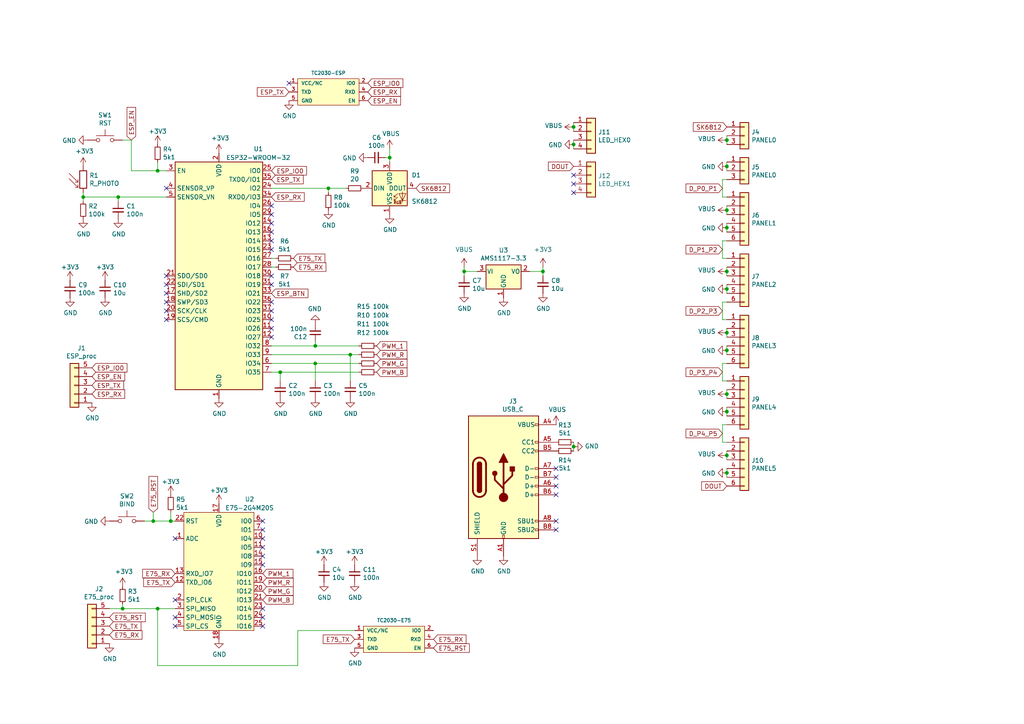
<source format=kicad_sch>
(kicad_sch (version 20211123) (generator eeschema)
  (paper "A4")
  (lib_symbols
    (symbol "Connector_Generic:Conn_01x03" (pin_names (offset 1.016) hide)
      (property "Reference" "J" (at 0 5.08 0))
      (property "Value" "Conn_01x03" (at 0 -5.08 0))
      (symbol "Conn_01x03_1_1"
        (rectangle (start -1.27 -2.413) (end 0 -2.667) (stroke (width 0.1524)))
        (rectangle (start -1.27 0.127) (end 0 -0.127) (stroke (width 0.1524)))
        (rectangle (start -1.27 2.667) (end 0 2.413) (stroke (width 0.1524)))
        (rectangle (start -1.27 3.81) (end 1.27 -3.81) (stroke (width 0.254)) (fill (type background)))
        (pin passive line (at -5.08 2.54 0) (length 3.81) (name "Pin_1") (number "1"))
        (pin passive line (at -5.08 0 0) (length 3.81) (name "Pin_2") (number "2"))
        (pin passive line (at -5.08 -2.54 0) (length 3.81) (name "Pin_3") (number "3"))
      )
    )
    (symbol "Connector_Generic:Conn_01x04" (pin_names (offset 1.016) hide)
      (property "Reference" "J" (at 0 5.08 0))
      (property "Value" "Conn_01x04" (at 0 -7.62 0))
      (symbol "Conn_01x04_1_1"
        (rectangle (start -1.27 -4.953) (end 0 -5.207) (stroke (width 0.1524)))
        (rectangle (start -1.27 -2.413) (end 0 -2.667) (stroke (width 0.1524)))
        (rectangle (start -1.27 0.127) (end 0 -0.127) (stroke (width 0.1524)))
        (rectangle (start -1.27 2.667) (end 0 2.413) (stroke (width 0.1524)))
        (rectangle (start -1.27 3.81) (end 1.27 -6.35) (stroke (width 0.254)) (fill (type background)))
        (pin passive line (at -5.08 2.54 0) (length 3.81) (name "Pin_1") (number "1"))
        (pin passive line (at -5.08 0 0) (length 3.81) (name "Pin_2") (number "2"))
        (pin passive line (at -5.08 -2.54 0) (length 3.81) (name "Pin_3") (number "3"))
        (pin passive line (at -5.08 -5.08 0) (length 3.81) (name "Pin_4") (number "4"))
      )
    )
    (symbol "Connector_Generic:Conn_01x05" (pin_names (offset 1.016) hide)
      (property "Reference" "J" (at 0 7.62 0))
      (property "Value" "Conn_01x05" (at 0 -7.62 0))
      (symbol "Conn_01x05_1_1"
        (rectangle (start -1.27 -4.953) (end 0 -5.207) (stroke (width 0.1524)))
        (rectangle (start -1.27 -2.413) (end 0 -2.667) (stroke (width 0.1524)))
        (rectangle (start -1.27 0.127) (end 0 -0.127) (stroke (width 0.1524)))
        (rectangle (start -1.27 2.667) (end 0 2.413) (stroke (width 0.1524)))
        (rectangle (start -1.27 5.207) (end 0 4.953) (stroke (width 0.1524)))
        (rectangle (start -1.27 6.35) (end 1.27 -6.35) (stroke (width 0.254)) (fill (type background)))
        (pin passive line (at -5.08 5.08 0) (length 3.81) (name "Pin_1") (number "1"))
        (pin passive line (at -5.08 2.54 0) (length 3.81) (name "Pin_2") (number "2"))
        (pin passive line (at -5.08 0 0) (length 3.81) (name "Pin_3") (number "3"))
        (pin passive line (at -5.08 -2.54 0) (length 3.81) (name "Pin_4") (number "4"))
        (pin passive line (at -5.08 -5.08 0) (length 3.81) (name "Pin_5") (number "5"))
      )
    )
    (symbol "Connector_Generic:Conn_01x06" (pin_names (offset 1.016) hide)
      (property "Reference" "J" (at 0 7.62 0))
      (property "Value" "Conn_01x06" (at 0 -10.16 0))
      (symbol "Conn_01x06_1_1"
        (rectangle (start -1.27 -7.493) (end 0 -7.747) (stroke (width 0.1524)))
        (rectangle (start -1.27 -4.953) (end 0 -5.207) (stroke (width 0.1524)))
        (rectangle (start -1.27 -2.413) (end 0 -2.667) (stroke (width 0.1524)))
        (rectangle (start -1.27 0.127) (end 0 -0.127) (stroke (width 0.1524)))
        (rectangle (start -1.27 2.667) (end 0 2.413) (stroke (width 0.1524)))
        (rectangle (start -1.27 5.207) (end 0 4.953) (stroke (width 0.1524)))
        (rectangle (start -1.27 6.35) (end 1.27 -8.89) (stroke (width 0.254)) (fill (type background)))
        (pin passive line (at -5.08 5.08 0) (length 3.81) (name "Pin_1") (number "1"))
        (pin passive line (at -5.08 2.54 0) (length 3.81) (name "Pin_2") (number "2"))
        (pin passive line (at -5.08 0 0) (length 3.81) (name "Pin_3") (number "3"))
        (pin passive line (at -5.08 -2.54 0) (length 3.81) (name "Pin_4") (number "4"))
        (pin passive line (at -5.08 -5.08 0) (length 3.81) (name "Pin_5") (number "5"))
        (pin passive line (at -5.08 -7.62 0) (length 3.81) (name "Pin_6") (number "6"))
      )
    )
    (symbol "Device:C_Small" (pin_numbers hide) (pin_names (offset 0.254) hide)
      (property "Reference" "C" (at 0.254 1.778 0))
      (property "Value" "C_Small" (at 0.254 -2.032 0))
      (symbol "C_Small_0_1"
        (polyline (pts (xy -1.524 -0.508) (xy 1.524 -0.508)) (stroke (width 0.3302)))
        (polyline (pts (xy -1.524 0.508) (xy 1.524 0.508)) (stroke (width 0.3048)))
      )
      (symbol "C_Small_1_1"
        (pin passive line (at 0 2.54 270) (length 2.032) (name "~") (number "1"))
        (pin passive line (at 0 -2.54 90) (length 2.032) (name "~") (number "2"))
      )
    )
    (symbol "Device:R_Small" (pin_numbers hide) (pin_names (offset 0.254) hide)
      (property "Reference" "R" (at 0.762 0.508 0))
      (property "Value" "R_Small" (at 0.762 -1.016 0))
      (symbol "R_Small_0_1"
        (rectangle (start -0.762 1.778) (end 0.762 -1.778) (stroke (width 0.2032)))
      )
      (symbol "R_Small_1_1"
        (pin passive line (at 0 2.54 270) (length 0.762) (name "~") (number "1"))
        (pin passive line (at 0 -2.54 90) (length 0.762) (name "~") (number "2"))
      )
    )
    (symbol "LED:SK6812" (pin_names (offset 0.254))
      (property "Reference" "D" (at 5.08 5.715 0))
      (property "Value" "SK6812" (at 1.27 -5.715 0))
      (symbol "SK6812_0_0"
        (text "RGB" (at 2.286 -4.191 0) (effects (font (size 0.762 0.762))))
      )
      (symbol "SK6812_0_1"
        (polyline (pts (xy 1.27 -3.556) (xy 1.778 -3.556)))
        (polyline (pts (xy 1.27 -2.54) (xy 1.778 -2.54)))
        (polyline (pts (xy 4.699 -3.556) (xy 2.667 -3.556)))
        (polyline (pts (xy 2.286 -2.54) (xy 1.27 -3.556) (xy 1.27 -3.048)))
        (polyline (pts (xy 2.286 -1.524) (xy 1.27 -2.54) (xy 1.27 -2.032)))
        (polyline (pts (xy 3.683 -1.016) (xy 3.683 -3.556) (xy 3.683 -4.064)))
        (polyline (pts (xy 4.699 -1.524) (xy 2.667 -1.524) (xy 3.683 -3.556) (xy 4.699 -1.524)))
        (rectangle (start 5.08 5.08) (end -5.08 -5.08) (stroke (width 0.254)) (fill (type background)))
      )
      (symbol "SK6812_1_1"
        (pin power_in line (at 0 -7.62 90) (length 2.54) (name "VSS") (number "1"))
        (pin input line (at -7.62 0 0) (length 2.54) (name "DIN") (number "2"))
        (pin power_in line (at 0 7.62 270) (length 2.54) (name "VDD") (number "3"))
        (pin output line (at 7.62 0 180) (length 2.54) (name "DOUT") (number "4"))
      )
    )
    (symbol "RF_Module:ESP32-WROOM-32"
      (property "Reference" "U" (at -12.7 34.29 0))
      (property "Value" "ESP32-WROOM-32" (at 1.27 34.29 0))
      (symbol "ESP32-WROOM-32_0_1"
        (rectangle (start -12.7 33.02) (end 12.7 -33.02) (stroke (width 0.254)) (fill (type background)))
      )
      (symbol "ESP32-WROOM-32_1_1"
        (pin power_in line (at 0 -35.56 90) (length 2.54) (name "GND") (number "1"))
        (pin bidirectional line (at 15.24 -12.7 180) (length 2.54) (name "IO25") (number "10"))
        (pin bidirectional line (at 15.24 -15.24 180) (length 2.54) (name "IO26") (number "11"))
        (pin bidirectional line (at 15.24 -17.78 180) (length 2.54) (name "IO27") (number "12"))
        (pin bidirectional line (at 15.24 10.16 180) (length 2.54) (name "IO14") (number "13"))
        (pin bidirectional line (at 15.24 15.24 180) (length 2.54) (name "IO12") (number "14"))
        (pin passive line (at 0 -35.56 90) (length 2.54) hide (name "GND") (number "15"))
        (pin bidirectional line (at 15.24 12.7 180) (length 2.54) (name "IO13") (number "16"))
        (pin bidirectional line (at -15.24 -5.08 0) (length 2.54) (name "SHD/SD2") (number "17"))
        (pin bidirectional line (at -15.24 -7.62 0) (length 2.54) (name "SWP/SD3") (number "18"))
        (pin bidirectional line (at -15.24 -12.7 0) (length 2.54) (name "SCS/CMD") (number "19"))
        (pin power_in line (at 0 35.56 270) (length 2.54) (name "VDD") (number "2"))
        (pin bidirectional line (at -15.24 -10.16 0) (length 2.54) (name "SCK/CLK") (number "20"))
        (pin bidirectional line (at -15.24 0 0) (length 2.54) (name "SDO/SD0") (number "21"))
        (pin bidirectional line (at -15.24 -2.54 0) (length 2.54) (name "SDI/SD1") (number "22"))
        (pin bidirectional line (at 15.24 7.62 180) (length 2.54) (name "IO15") (number "23"))
        (pin bidirectional line (at 15.24 25.4 180) (length 2.54) (name "IO2") (number "24"))
        (pin bidirectional line (at 15.24 30.48 180) (length 2.54) (name "IO0") (number "25"))
        (pin bidirectional line (at 15.24 20.32 180) (length 2.54) (name "IO4") (number "26"))
        (pin bidirectional line (at 15.24 5.08 180) (length 2.54) (name "IO16") (number "27"))
        (pin bidirectional line (at 15.24 2.54 180) (length 2.54) (name "IO17") (number "28"))
        (pin bidirectional line (at 15.24 17.78 180) (length 2.54) (name "IO5") (number "29"))
        (pin input line (at -15.24 30.48 0) (length 2.54) (name "EN") (number "3"))
        (pin bidirectional line (at 15.24 0 180) (length 2.54) (name "IO18") (number "30"))
        (pin bidirectional line (at 15.24 -2.54 180) (length 2.54) (name "IO19") (number "31"))
        (pin no_connect line (at -12.7 -27.94 0) (length 2.54) hide (name "NC") (number "32"))
        (pin bidirectional line (at 15.24 -5.08 180) (length 2.54) (name "IO21") (number "33"))
        (pin bidirectional line (at 15.24 22.86 180) (length 2.54) (name "RXD0/IO3") (number "34"))
        (pin bidirectional line (at 15.24 27.94 180) (length 2.54) (name "TXD0/IO1") (number "35"))
        (pin bidirectional line (at 15.24 -7.62 180) (length 2.54) (name "IO22") (number "36"))
        (pin bidirectional line (at 15.24 -10.16 180) (length 2.54) (name "IO23") (number "37"))
        (pin passive line (at 0 -35.56 90) (length 2.54) hide (name "GND") (number "38"))
        (pin passive line (at 0 -35.56 90) (length 2.54) hide (name "GND") (number "39"))
        (pin input line (at -15.24 25.4 0) (length 2.54) (name "SENSOR_VP") (number "4"))
        (pin input line (at -15.24 22.86 0) (length 2.54) (name "SENSOR_VN") (number "5"))
        (pin input line (at 15.24 -25.4 180) (length 2.54) (name "IO34") (number "6"))
        (pin input line (at 15.24 -27.94 180) (length 2.54) (name "IO35") (number "7"))
        (pin bidirectional line (at 15.24 -20.32 180) (length 2.54) (name "IO32") (number "8"))
        (pin bidirectional line (at 15.24 -22.86 180) (length 2.54) (name "IO33") (number "9"))
      )
    )
    (symbol "Regulator_Linear:AMS1117-3.3" (pin_names (offset 0.254))
      (property "Reference" "U" (at -3.81 3.175 0))
      (property "Value" "AMS1117-3.3" (at 0 3.175 0))
      (symbol "AMS1117-3.3_0_1"
        (rectangle (start -5.08 -5.08) (end 5.08 1.905) (stroke (width 0.254)) (fill (type background)))
      )
      (symbol "AMS1117-3.3_1_1"
        (pin power_in line (at 0 -7.62 90) (length 2.54) (name "GND") (number "1"))
        (pin power_out line (at 7.62 0 180) (length 2.54) (name "VO") (number "2"))
        (pin power_in line (at -7.62 0 0) (length 2.54) (name "VI") (number "3"))
      )
    )
    (symbol "Switch:SW_Push" (pin_numbers hide) (pin_names (offset 1.016) hide)
      (property "Reference" "SW" (at 1.27 2.54 0))
      (property "Value" "SW_Push" (at 0 -1.524 0))
      (symbol "SW_Push_0_1"
        (circle (center -2.032 0) (radius 0.508))
        (polyline (pts (xy 0 1.27) (xy 0 3.048)))
        (polyline (pts (xy 2.54 1.27) (xy -2.54 1.27)))
        (circle (center 2.032 0) (radius 0.508))
        (pin passive line (at -5.08 0 0) (length 2.54) (name "1") (number "1"))
        (pin passive line (at 5.08 0 180) (length 2.54) (name "2") (number "2"))
      )
    )
    (symbol "hex_base-rescue:R_PHOTO-Device" (pin_numbers hide) (pin_names (offset 0))
      (property "Reference" "R" (at 1.27 1.27 0))
      (property "Value" "R_PHOTO-Device" (at 1.27 0 0))
      (symbol "R_PHOTO-Device_0_1"
        (rectangle (start -1.016 2.54) (end 1.016 -2.54) (stroke (width 0.254)))
        (polyline (pts (xy -1.524 -2.286) (xy -4.064 0.254)))
        (polyline (pts (xy -1.524 -2.286) (xy -2.286 -2.286)))
        (polyline (pts (xy -1.524 -2.286) (xy -1.524 -1.524)))
        (polyline (pts (xy -1.524 -0.762) (xy -4.064 1.778)))
        (polyline (pts (xy -1.524 -0.762) (xy -2.286 -0.762)))
        (polyline (pts (xy -1.524 -0.762) (xy -1.524 0)))
      )
      (symbol "R_PHOTO-Device_1_1"
        (pin passive line (at 0 3.81 270) (length 1.27) (name "~") (number "1"))
        (pin passive line (at 0 -3.81 90) (length 1.27) (name "~") (number "2"))
      )
    )
    (symbol "hex_base-rescue:USB_C_Receptacle_USB2.0-Connector" (pin_names (offset 1.016))
      (property "Reference" "J" (at -10.16 19.05 0))
      (property "Value" "USB_C_Receptacle_USB2.0-Connector" (at 19.05 19.05 0))
      (symbol "USB_C_Receptacle_USB2.0-Connector_0_0"
        (rectangle (start -0.254 -17.78) (end 0.254 -16.764))
        (rectangle (start 10.16 -14.986) (end 9.144 -15.494))
        (rectangle (start 10.16 -12.446) (end 9.144 -12.954))
        (rectangle (start 10.16 -4.826) (end 9.144 -5.334))
        (rectangle (start 10.16 -2.286) (end 9.144 -2.794))
        (rectangle (start 10.16 0.254) (end 9.144 -0.254))
        (rectangle (start 10.16 2.794) (end 9.144 2.286))
        (rectangle (start 10.16 7.874) (end 9.144 7.366))
        (rectangle (start 10.16 10.414) (end 9.144 9.906))
        (rectangle (start 10.16 15.494) (end 9.144 14.986))
      )
      (symbol "USB_C_Receptacle_USB2.0-Connector_0_1"
        (rectangle (start -10.16 17.78) (end 10.16 -17.78) (stroke (width 0.254)) (fill (type background)))
        (arc (start -8.89 -3.81) (mid -6.985 -5.715) (end -5.08 -3.81) (stroke (width 0.508)))
        (arc (start -7.62 -3.81) (mid -6.985 -4.445) (end -6.35 -3.81) (stroke (width 0.254)))
        (arc (start -7.62 -3.81) (mid -6.985 -4.445) (end -6.35 -3.81) (stroke (width 0.254)) (fill (type outline)))
        (rectangle (start -7.62 -3.81) (end -6.35 3.81) (stroke (width 0.254)) (fill (type outline)))
        (arc (start -6.35 3.81) (mid -6.985 4.445) (end -7.62 3.81) (stroke (width 0.254)))
        (arc (start -6.35 3.81) (mid -6.985 4.445) (end -7.62 3.81) (stroke (width 0.254)) (fill (type outline)))
        (arc (start -5.08 3.81) (mid -6.985 5.715) (end -8.89 3.81) (stroke (width 0.508)))
        (circle (center -2.54 1.143) (radius 0.635) (stroke (width 0.254)) (fill (type outline)))
        (circle (center 0 -5.842) (radius 1.27) (fill (type outline)))
        (polyline (pts (xy -8.89 -3.81) (xy -8.89 3.81)) (stroke (width 0.508)))
        (polyline (pts (xy -5.08 3.81) (xy -5.08 -3.81)) (stroke (width 0.508)))
        (polyline (pts (xy 0 -5.842) (xy 0 4.318)) (stroke (width 0.508)))
        (polyline (pts (xy 0 -3.302) (xy -2.54 -0.762) (xy -2.54 0.508)) (stroke (width 0.508)))
        (polyline (pts (xy 0 -2.032) (xy 2.54 0.508) (xy 2.54 1.778)) (stroke (width 0.508)))
        (polyline (pts (xy -1.27 4.318) (xy 0 6.858) (xy 1.27 4.318) (xy -1.27 4.318)) (stroke (width 0.254)) (fill (type outline)))
        (rectangle (start 1.905 1.778) (end 3.175 3.048) (stroke (width 0.254)) (fill (type outline)))
      )
      (symbol "USB_C_Receptacle_USB2.0-Connector_1_1"
        (pin power_in line (at 0 -22.86 90) (length 5.08) (name "GND") (number "A1"))
        (pin passive line (at 0 -22.86 90) (length 5.08) hide (name "GND") (number "A12"))
        (pin power_in line (at 15.24 15.24 180) (length 5.08) (name "VBUS") (number "A4"))
        (pin bidirectional line (at 15.24 10.16 180) (length 5.08) (name "CC1") (number "A5"))
        (pin bidirectional line (at 15.24 -2.54 180) (length 5.08) (name "D+") (number "A6"))
        (pin bidirectional line (at 15.24 2.54 180) (length 5.08) (name "D-") (number "A7"))
        (pin bidirectional line (at 15.24 -12.7 180) (length 5.08) (name "SBU1") (number "A8"))
        (pin passive line (at 15.24 15.24 180) (length 5.08) hide (name "VBUS") (number "A9"))
        (pin passive line (at 0 -22.86 90) (length 5.08) hide (name "GND") (number "B1"))
        (pin passive line (at 0 -22.86 90) (length 5.08) hide (name "GND") (number "B12"))
        (pin passive line (at 15.24 15.24 180) (length 5.08) hide (name "VBUS") (number "B4"))
        (pin bidirectional line (at 15.24 7.62 180) (length 5.08) (name "CC2") (number "B5"))
        (pin bidirectional line (at 15.24 -5.08 180) (length 5.08) (name "D+") (number "B6"))
        (pin bidirectional line (at 15.24 0 180) (length 5.08) (name "D-") (number "B7"))
        (pin bidirectional line (at 15.24 -15.24 180) (length 5.08) (name "SBU2") (number "B8"))
        (pin passive line (at 15.24 15.24 180) (length 5.08) hide (name "VBUS") (number "B9"))
        (pin passive line (at -7.62 -22.86 90) (length 5.08) (name "SHIELD") (number "S1"))
      )
    )
    (symbol "otter:E75-2G4M20S"
      (property "Reference" "U" (at -7.62 13.97 0))
      (property "Value" "E75-2G4M20S" (at 12.7 23.495 0))
      (symbol "E75-2G4M20S_0_1"
        (rectangle (start -10.16 21.59) (end 10.16 -12.7) (fill (type background)))
      )
      (symbol "E75-2G4M20S_1_1"
        (pin input line (at -12.7 13.97 0) (length 2.54) (name "ADC") (number "1"))
        (pin bidirectional line (at 12.7 13.97 180) (length 2.54) (name "IO4") (number "10"))
        (pin bidirectional line (at 12.7 11.43 180) (length 2.54) (name "IO5") (number "11"))
        (pin bidirectional line (at -12.7 1.27 0) (length 2.54) (name "TXD_IO6") (number "12"))
        (pin bidirectional line (at -12.7 3.81 0) (length 2.54) (name "RXD_IO7") (number "13"))
        (pin bidirectional line (at 12.7 8.89 180) (length 2.54) (name "IO8") (number "14"))
        (pin bidirectional line (at 12.7 6.35 180) (length 2.54) (name "IO9") (number "15"))
        (pin bidirectional line (at 12.7 3.81 180) (length 2.54) (name "IO10") (number "16"))
        (pin power_in line (at 0 24.13 270) (length 2.54) (name "VDD") (number "17"))
        (pin power_in line (at 0 -15.24 90) (length 2.54) (name "GND") (number "18"))
        (pin bidirectional line (at 12.7 1.27 180) (length 2.54) (name "IO11") (number "19"))
        (pin bidirectional line (at -12.7 -3.81 0) (length 2.54) (name "SPI_CLK") (number "2"))
        (pin bidirectional line (at 12.7 -1.27 180) (length 2.54) (name "IO12") (number "20"))
        (pin bidirectional line (at 12.7 -3.81 180) (length 2.54) (name "IO13") (number "21"))
        (pin input line (at -12.7 19.05 0) (length 2.54) (name "RST") (number "22"))
        (pin bidirectional line (at 12.7 -6.35 180) (length 2.54) (name "IO14") (number "23"))
        (pin bidirectional line (at 12.7 -8.89 180) (length 2.54) (name "IO15") (number "24"))
        (pin bidirectional line (at 12.7 -11.43 180) (length 2.54) (name "IO16") (number "25"))
        (pin bidirectional line (at -12.7 -6.35 0) (length 2.54) (name "SPI_MISO") (number "3"))
        (pin bidirectional line (at -12.7 -8.89 0) (length 2.54) (name "SPI_MOSI") (number "4"))
        (pin bidirectional line (at -12.7 -11.43 0) (length 2.54) (name "SPI_CS") (number "5"))
        (pin bidirectional line (at 12.7 19.05 180) (length 2.54) (name "IO0") (number "6"))
        (pin bidirectional line (at 12.7 16.51 180) (length 2.54) (name "IO1") (number "7"))
        (pin bidirectional line (at 9.525 -29.845 180) (length 2.54) hide (name "NC") (number "8"))
        (pin bidirectional line (at 9.525 -32.385 180) (length 2.54) hide (name "NC") (number "9"))
      )
    )
    (symbol "otter:GND" (power) (pin_names (offset 0))
      (property "Value" "GND" (at 0 -3.81 0))
      (symbol "GND_0_1"
        (polyline (pts (xy 0 0) (xy 0 -1.27) (xy 1.27 -1.27) (xy 0 -2.54) (xy -1.27 -1.27) (xy 0 -1.27)))
      )
      (symbol "GND_1_1"
        (pin power_in line (at 0 0 270) (length 0) hide (name "GND") (number "1"))
      )
    )
    (symbol "otter:TC2030-CTX-Tag-Connect-ESP32" (pin_names (offset 1.016))
      (property "Value" "TC2030-CTX-Tag-Connect-ESP32" (at 0 5.08 0))
      (symbol "TC2030-CTX-Tag-Connect-ESP32_0_1"
        (rectangle (start 8.89 3.81) (end -8.89 -3.81) (fill (type background)))
      )
      (symbol "TC2030-CTX-Tag-Connect-ESP32_1_1"
        (pin passive line (at -11.43 2.54 0) (length 2.54) (name "VCC/NC") (number "1"))
        (pin passive line (at 11.43 2.54 180) (length 2.54) (name "IO0") (number "2"))
        (pin passive line (at -11.43 0 0) (length 2.54) (name "TXD") (number "3"))
        (pin passive line (at 11.43 0 180) (length 2.54) (name "RXD") (number "4"))
        (pin passive line (at -11.43 -2.54 0) (length 2.54) (name "GND") (number "5"))
        (pin passive line (at 11.43 -2.54 180) (length 2.54) (name "EN") (number "6"))
      )
    )
    (symbol "power:+3V3" (power) (pin_names (offset 0))
      (property "Value" "+3V3" (at 0 3.556 0))
      (symbol "+3V3_0_1"
        (polyline (pts (xy -0.762 1.27) (xy 0 2.54)))
        (polyline (pts (xy 0 0) (xy 0 2.54)))
        (polyline (pts (xy 0 2.54) (xy 0.762 1.27)))
      )
      (symbol "+3V3_1_1"
        (pin power_in line (at 0 0 90) (length 0) hide (name "+3V3") (number "1"))
      )
    )
    (symbol "power:VBUS" (power) (pin_names (offset 0))
      (property "Value" "VBUS" (at 0 3.81 0))
      (symbol "VBUS_0_1"
        (polyline (pts (xy -0.762 1.27) (xy 0 2.54)))
        (polyline (pts (xy 0 0) (xy 0 2.54)))
        (polyline (pts (xy 0 2.54) (xy 0.762 1.27)))
      )
      (symbol "VBUS_1_1"
        (pin power_in line (at 0 0 90) (length 0) hide (name "VBUS") (number "1"))
      )
    )
  )
  (junction (at 210.82 83.82))
  (junction (at 166.37 36.83))
  (junction (at 210.82 48.26))
  (junction (at 45.72 49.53))
  (junction (at 91.44 100.33))
  (junction (at 210.82 40.64))
  (junction (at 134.62 78.74))
  (junction (at 210.82 119.38))
  (junction (at 91.44 105.41))
  (junction (at 95.25 54.61))
  (junction (at 34.29 57.15))
  (junction (at 81.28 107.95))
  (junction (at 49.53 151.13))
  (junction (at 24.13 57.15))
  (junction (at 101.6 102.87))
  (junction (at 44.45 151.13))
  (junction (at 210.82 60.96))
  (junction (at 113.03 45.72))
  (junction (at 45.72 176.53))
  (junction (at 157.48 78.74))
  (junction (at 210.82 66.04))
  (junction (at 210.82 78.74))
  (junction (at 166.37 129.54))
  (junction (at 210.82 114.3))
  (junction (at 210.82 101.6))
  (junction (at 210.82 132.08))
  (junction (at 166.37 41.91))
  (junction (at 210.82 137.16))
  (junction (at 210.82 96.52))
  (junction (at 35.56 176.53))
  (no_connect (at 78.74 80.01))
  (no_connect (at 161.29 138.43))
  (no_connect (at 48.26 87.63))
  (no_connect (at 161.29 140.97))
  (no_connect (at 76.2 179.07))
  (no_connect (at 48.26 85.09))
  (no_connect (at 78.74 95.25))
  (no_connect (at 50.8 173.99))
  (no_connect (at 76.2 176.53))
  (no_connect (at 76.2 153.67))
  (no_connect (at 48.26 90.17))
  (no_connect (at 161.29 153.67))
  (no_connect (at 76.2 181.61))
  (no_connect (at 78.74 87.63))
  (no_connect (at 78.74 82.55))
  (no_connect (at 78.74 92.71))
  (no_connect (at 50.8 181.61))
  (no_connect (at 78.74 62.23))
  (no_connect (at 48.26 80.01))
  (no_connect (at 161.29 143.51))
  (no_connect (at 76.2 151.13))
  (no_connect (at 48.26 92.71))
  (no_connect (at 166.37 50.8))
  (no_connect (at 161.29 135.89))
  (no_connect (at 166.37 55.88))
  (no_connect (at 78.74 90.17))
  (no_connect (at 78.74 69.85))
  (no_connect (at 161.29 151.13))
  (no_connect (at 76.2 156.21))
  (no_connect (at 76.2 158.75))
  (no_connect (at 50.8 179.07))
  (no_connect (at 78.74 64.77))
  (no_connect (at 76.2 163.83))
  (no_connect (at 50.8 156.21))
  (no_connect (at 83.82 24.13))
  (no_connect (at 48.26 54.61))
  (no_connect (at 78.74 97.79))
  (no_connect (at 48.26 82.55))
  (no_connect (at 166.37 53.34))
  (no_connect (at 76.2 161.29))
  (no_connect (at 78.74 59.69))
  (no_connect (at 78.74 72.39))
  (no_connect (at 78.74 67.31))
  (wire (pts (xy 101.6 110.49) (xy 101.6 102.87)))
  (wire (pts (xy 78.74 105.41) (xy 91.44 105.41)))
  (wire (pts (xy 78.74 107.95) (xy 81.28 107.95)))
  (wire (pts (xy 210.82 130.81) (xy 210.82 132.08)))
  (wire (pts (xy 209.55 57.15) (xy 209.55 52.07)))
  (wire (pts (xy 91.44 110.49) (xy 91.44 105.41)))
  (wire (pts (xy 113.03 43.18) (xy 113.03 45.72)))
  (wire (pts (xy 166.37 41.91) (xy 166.37 43.18)))
  (wire (pts (xy 86.36 182.88) (xy 102.87 182.88)))
  (wire (pts (xy 210.82 101.6) (xy 210.82 102.87)))
  (wire (pts (xy 81.28 107.95) (xy 104.14 107.95)))
  (wire (pts (xy 38.1 40.64) (xy 35.56 40.64)))
  (wire (pts (xy 34.29 58.42) (xy 34.29 57.15)))
  (wire (pts (xy 49.53 148.59) (xy 49.53 151.13)))
  (wire (pts (xy 210.82 135.89) (xy 210.82 137.16)))
  (wire (pts (xy 157.48 77.47) (xy 157.48 78.74)))
  (wire (pts (xy 24.13 58.42) (xy 24.13 57.15)))
  (wire (pts (xy 78.74 74.93) (xy 80.01 74.93)))
  (wire (pts (xy 157.48 80.01) (xy 157.48 78.74)))
  (wire (pts (xy 166.37 40.64) (xy 166.37 41.91)))
  (wire (pts (xy 210.82 128.27) (xy 209.55 128.27)))
  (wire (pts (xy 210.82 110.49) (xy 209.55 110.49)))
  (wire (pts (xy 101.6 102.87) (xy 104.14 102.87)))
  (wire (pts (xy 91.44 99.06) (xy 91.44 100.33)))
  (wire (pts (xy 209.55 52.07) (xy 210.82 52.07)))
  (wire (pts (xy 210.82 92.71) (xy 209.55 92.71)))
  (wire (pts (xy 209.55 69.85) (xy 210.82 69.85)))
  (wire (pts (xy 78.74 54.61) (xy 95.25 54.61)))
  (wire (pts (xy 210.82 41.91) (xy 210.82 40.64)))
  (wire (pts (xy 44.45 151.13) (xy 49.53 151.13)))
  (wire (pts (xy 166.37 130.81) (xy 166.37 129.54)))
  (wire (pts (xy 49.53 151.13) (xy 50.8 151.13)))
  (wire (pts (xy 210.82 113.03) (xy 210.82 114.3)))
  (wire (pts (xy 210.82 118.11) (xy 210.82 119.38)))
  (wire (pts (xy 210.82 137.16) (xy 210.82 138.43)))
  (wire (pts (xy 138.43 78.74) (xy 134.62 78.74)))
  (wire (pts (xy 166.37 129.54) (xy 166.37 128.27)))
  (wire (pts (xy 166.37 36.83) (xy 166.37 35.56)))
  (wire (pts (xy 210.82 119.38) (xy 210.82 120.65)))
  (wire (pts (xy 209.55 92.71) (xy 209.55 87.63)))
  (wire (pts (xy 209.55 128.27) (xy 209.55 123.19)))
  (wire (pts (xy 210.82 83.82) (xy 210.82 85.09)))
  (wire (pts (xy 210.82 74.93) (xy 209.55 74.93)))
  (wire (pts (xy 210.82 46.99) (xy 210.82 48.26)))
  (wire (pts (xy 44.45 148.59) (xy 44.45 151.13)))
  (wire (pts (xy 210.82 60.96) (xy 210.82 62.23)))
  (wire (pts (xy 210.82 82.55) (xy 210.82 83.82)))
  (wire (pts (xy 210.82 132.08) (xy 210.82 133.35)))
  (wire (pts (xy 113.03 46.99) (xy 113.03 45.72)))
  (wire (pts (xy 45.72 193.04) (xy 86.36 193.04)))
  (wire (pts (xy 210.82 95.25) (xy 210.82 96.52)))
  (wire (pts (xy 210.82 100.33) (xy 210.82 101.6)))
  (wire (pts (xy 210.82 66.04) (xy 210.82 67.31)))
  (wire (pts (xy 81.28 110.49) (xy 81.28 107.95)))
  (wire (pts (xy 38.1 49.53) (xy 45.72 49.53)))
  (wire (pts (xy 209.55 123.19) (xy 210.82 123.19)))
  (wire (pts (xy 209.55 74.93) (xy 209.55 69.85)))
  (wire (pts (xy 104.14 100.33) (xy 91.44 100.33)))
  (wire (pts (xy 210.82 64.77) (xy 210.82 66.04)))
  (wire (pts (xy 134.62 78.74) (xy 134.62 80.01)))
  (wire (pts (xy 210.82 48.26) (xy 210.82 49.53)))
  (wire (pts (xy 31.75 176.53) (xy 35.56 176.53)))
  (wire (pts (xy 34.29 57.15) (xy 24.13 57.15)))
  (wire (pts (xy 45.72 176.53) (xy 45.72 193.04)))
  (wire (pts (xy 35.56 176.53) (xy 45.72 176.53)))
  (wire (pts (xy 134.62 77.47) (xy 134.62 78.74)))
  (wire (pts (xy 166.37 38.1) (xy 166.37 36.83)))
  (wire (pts (xy 48.26 49.53) (xy 45.72 49.53)))
  (wire (pts (xy 209.55 87.63) (xy 210.82 87.63)))
  (wire (pts (xy 209.55 105.41) (xy 210.82 105.41)))
  (wire (pts (xy 210.82 40.64) (xy 210.82 39.37)))
  (wire (pts (xy 91.44 100.33) (xy 78.74 100.33)))
  (wire (pts (xy 95.25 55.88) (xy 95.25 54.61)))
  (wire (pts (xy 78.74 102.87) (xy 101.6 102.87)))
  (wire (pts (xy 45.72 176.53) (xy 50.8 176.53)))
  (wire (pts (xy 95.25 54.61) (xy 100.33 54.61)))
  (wire (pts (xy 41.91 151.13) (xy 44.45 151.13)))
  (wire (pts (xy 24.13 57.15) (xy 24.13 55.88)))
  (wire (pts (xy 210.82 114.3) (xy 210.82 115.57)))
  (wire (pts (xy 45.72 46.99) (xy 45.72 49.53)))
  (wire (pts (xy 80.01 77.47) (xy 78.74 77.47)))
  (wire (pts (xy 210.82 57.15) (xy 209.55 57.15)))
  (wire (pts (xy 113.03 45.72) (xy 111.76 45.72)))
  (wire (pts (xy 35.56 175.26) (xy 35.56 176.53)))
  (wire (pts (xy 210.82 78.74) (xy 210.82 80.01)))
  (wire (pts (xy 157.48 78.74) (xy 153.67 78.74)))
  (wire (pts (xy 210.82 77.47) (xy 210.82 78.74)))
  (wire (pts (xy 209.55 110.49) (xy 209.55 105.41)))
  (wire (pts (xy 86.36 193.04) (xy 86.36 182.88)))
  (wire (pts (xy 210.82 96.52) (xy 210.82 97.79)))
  (wire (pts (xy 38.1 49.53) (xy 38.1 40.64)))
  (wire (pts (xy 91.44 105.41) (xy 104.14 105.41)))
  (wire (pts (xy 210.82 59.69) (xy 210.82 60.96)))
  (wire (pts (xy 48.26 57.15) (xy 34.29 57.15)))
  (global_label "E75_TX" (shape input) (at 85.09 74.93 0) (property "Intersheet References" "${INTERSHEET_REFS}" (effects hide)))
  (global_label "D_P4_P5" (shape input) (at 209.55 125.73 180) (property "Intersheet References" "${INTERSHEET_REFS}" (effects hide)))
  (global_label "E75_TX" (shape input) (at 102.87 185.42 180) (property "Intersheet References" "${INTERSHEET_REFS}" (effects hide)))
  (global_label "DOUT" (shape input) (at 166.37 48.26 180) (property "Intersheet References" "${INTERSHEET_REFS}" (effects hide)))
  (global_label "ESP_IO0" (shape input) (at 26.67 106.68 0) (property "Intersheet References" "${INTERSHEET_REFS}" (effects hide)))
  (global_label "PWM_1" (shape input) (at 109.22 100.33 0) (property "Intersheet References" "${INTERSHEET_REFS}" (effects hide)))
  (global_label "ESP_EN" (shape input) (at 26.67 109.22 0) (property "Intersheet References" "${INTERSHEET_REFS}" (effects hide)))
  (global_label "E75_RX" (shape input) (at 31.75 184.15 0) (property "Intersheet References" "${INTERSHEET_REFS}" (effects hide)))
  (global_label "E75_TX" (shape input) (at 31.75 181.61 0) (property "Intersheet References" "${INTERSHEET_REFS}" (effects hide)))
  (global_label "ESP_RX" (shape input) (at 106.68 26.67 0) (property "Intersheet References" "${INTERSHEET_REFS}" (effects hide)))
  (global_label "E75_RST" (shape input) (at 31.75 179.07 0) (property "Intersheet References" "${INTERSHEET_REFS}" (effects hide)))
  (global_label "PWM_G" (shape input) (at 109.22 105.41 0) (property "Intersheet References" "${INTERSHEET_REFS}" (effects hide)))
  (global_label "D_P0_P1" (shape input) (at 209.55 54.61 180) (property "Intersheet References" "${INTERSHEET_REFS}" (effects hide)))
  (global_label "D_P3_P4" (shape input) (at 209.55 107.95 180) (property "Intersheet References" "${INTERSHEET_REFS}" (effects hide)))
  (global_label "E75_TX" (shape input) (at 50.8 168.91 180) (property "Intersheet References" "${INTERSHEET_REFS}" (effects hide)))
  (global_label "SK6812" (shape input) (at 210.82 36.83 180) (property "Intersheet References" "${INTERSHEET_REFS}" (effects hide)))
  (global_label "PWM_G" (shape input) (at 76.2 171.45 0) (property "Intersheet References" "${INTERSHEET_REFS}" (effects hide)))
  (global_label "PWM_B" (shape input) (at 76.2 173.99 0) (property "Intersheet References" "${INTERSHEET_REFS}" (effects hide)))
  (global_label "DOUT" (shape input) (at 210.82 140.97 180) (property "Intersheet References" "${INTERSHEET_REFS}" (effects hide)))
  (global_label "D_P1_P2" (shape input) (at 209.55 72.39 180) (property "Intersheet References" "${INTERSHEET_REFS}" (effects hide)))
  (global_label "ESP_IO0" (shape input) (at 106.68 24.13 0) (property "Intersheet References" "${INTERSHEET_REFS}" (effects hide)))
  (global_label "PWM_R" (shape input) (at 76.2 168.91 0) (property "Intersheet References" "${INTERSHEET_REFS}" (effects hide)))
  (global_label "ESP_TX" (shape input) (at 26.67 111.76 0) (property "Intersheet References" "${INTERSHEET_REFS}" (effects hide)))
  (global_label "ESP_TX" (shape input) (at 78.74 52.07 0) (property "Intersheet References" "${INTERSHEET_REFS}" (effects hide)))
  (global_label "ESP_EN" (shape input) (at 106.68 29.21 0) (property "Intersheet References" "${INTERSHEET_REFS}" (effects hide)))
  (global_label "PWM_R" (shape input) (at 109.22 102.87 0) (property "Intersheet References" "${INTERSHEET_REFS}" (effects hide)))
  (global_label "ESP_TX" (shape input) (at 83.82 26.67 180) (property "Intersheet References" "${INTERSHEET_REFS}" (effects hide)))
  (global_label "D_P2_P3" (shape input) (at 209.55 90.17 180) (property "Intersheet References" "${INTERSHEET_REFS}" (effects hide)))
  (global_label "E75_RX" (shape input) (at 50.8 166.37 180) (property "Intersheet References" "${INTERSHEET_REFS}" (effects hide)))
  (global_label "ESP_IO0" (shape input) (at 78.74 49.53 0) (property "Intersheet References" "${INTERSHEET_REFS}" (effects hide)))
  (global_label "ESP_BTN" (shape input) (at 78.74 85.09 0) (property "Intersheet References" "${INTERSHEET_REFS}" (effects hide)))
  (global_label "ESP_RX" (shape input) (at 26.67 114.3 0) (property "Intersheet References" "${INTERSHEET_REFS}" (effects hide)))
  (global_label "PWM_1" (shape input) (at 76.2 166.37 0) (property "Intersheet References" "${INTERSHEET_REFS}" (effects hide)))
  (global_label "E75_RX" (shape input) (at 85.09 77.47 0) (property "Intersheet References" "${INTERSHEET_REFS}" (effects hide)))
  (global_label "E75_RST" (shape input) (at 125.73 187.96 0) (property "Intersheet References" "${INTERSHEET_REFS}" (effects hide)))
  (global_label "ESP_EN" (shape input) (at 38.1 40.64 90) (property "Intersheet References" "${INTERSHEET_REFS}" (effects hide)))
  (global_label "E75_RST" (shape input) (at 44.45 148.59 90) (property "Intersheet References" "${INTERSHEET_REFS}" (effects hide)))
  (global_label "PWM_B" (shape input) (at 109.22 107.95 0) (property "Intersheet References" "${INTERSHEET_REFS}" (effects hide)))
  (global_label "SK6812" (shape input) (at 120.65 54.61 0) (property "Intersheet References" "${INTERSHEET_REFS}" (effects hide)))
  (global_label "E75_RX" (shape input) (at 125.73 185.42 0) (property "Intersheet References" "${INTERSHEET_REFS}" (effects hide)))
  (global_label "ESP_RX" (shape input) (at 78.74 57.15 0) (property "Intersheet References" "${INTERSHEET_REFS}" (effects hide)))
  (symbol (lib_id "otter:E75-2G4M20S") (at 63.5 170.18 0) (unit 1)
    (property "Reference" "U2" (at 72.39 144.78 0))
    (property "Value" "E75-2G4M20S" (at 72.39 147.32 0))
    (property "Footprint" "otter:E75-2G4M10S" (effects hide))
  )
  (symbol (lib_id "otter:GND") (at 63.5 185.42 0) (unit 1)
    (property "Reference" "#PWR0101" (effects hide))
    (property "Value" "GND" (at 63.627 189.8142 0))
  )
  (symbol (lib_id "Device:R_Small") (at 49.53 146.05 0) (unit 1)
    (property "Reference" "R5" (at 51.0286 144.8816 0) (effects (justify left)))
    (property "Value" "5k1" (at 51.0286 147.193 0) (effects (justify left)))
    (property "Footprint" "otter:R_0402" (effects hide))
  )
  (symbol (lib_id "power:+3V3") (at 49.53 143.51 0) (unit 1)
    (property "Reference" "#PWR0102" (effects hide))
    (property "Value" "+3V3" (at 49.53 139.7 0))
  )
  (symbol (lib_id "power:+3V3") (at 63.5 146.05 0) (unit 1)
    (property "Reference" "#PWR0103" (effects hide))
    (property "Value" "+3V3" (at 63.5 142.24 0))
  )
  (symbol (lib_id "Device:R_Small") (at 35.56 172.72 0) (unit 1)
    (property "Reference" "R3" (at 37.0586 171.5516 0) (effects (justify left)))
    (property "Value" "5k1" (at 37.0586 173.863 0) (effects (justify left)))
    (property "Footprint" "otter:R_0402" (effects hide))
  )
  (symbol (lib_id "power:+3V3") (at 35.56 170.18 0) (unit 1)
    (property "Reference" "#PWR0104" (effects hide))
    (property "Value" "+3V3" (at 35.941 165.7858 0))
  )
  (symbol (lib_id "Connector_Generic:Conn_01x05") (at 26.67 181.61 180) (unit 1)
    (property "Reference" "J2" (at 28.7528 170.815 0))
    (property "Value" "E75_proc" (at 28.7528 173.1264 0))
    (property "Footprint" "Connector_PinHeader_2.54mm:PinHeader_1x05_P2.54mm_Vertical" (effects hide))
  )
  (symbol (lib_id "otter:GND") (at 31.75 186.69 0) (unit 1)
    (property "Reference" "#PWR0105" (effects hide))
    (property "Value" "GND" (at 31.877 191.0842 0))
  )
  (symbol (lib_id "Device:C_Small") (at 93.98 166.37 0) (unit 1)
    (property "Reference" "C4" (at 96.3168 165.2016 0) (effects (justify left)))
    (property "Value" "10u" (at 96.3168 167.513 0) (effects (justify left)))
    (property "Footprint" "otter:C_0603" (effects hide))
  )
  (symbol (lib_id "power:+3V3") (at 93.98 163.83 0) (unit 1)
    (property "Reference" "#PWR0106" (effects hide))
    (property "Value" "+3V3" (at 93.98 160.02 0))
  )
  (symbol (lib_id "otter:GND") (at 93.98 168.91 0) (unit 1)
    (property "Reference" "#PWR0107" (effects hide))
    (property "Value" "GND" (at 94.107 173.3042 0))
  )
  (symbol (lib_id "RF_Module:ESP32-WROOM-32") (at 63.5 80.01 0) (unit 1)
    (property "Reference" "U1" (at 74.93 43.18 0))
    (property "Value" "ESP32-WROOM-32" (at 74.93 45.72 0))
    (property "Footprint" "RF_Module:ESP32-WROOM-32" (effects hide))
    (property "Datasheet" "https://www.espressif.com/sites/default/files/documentation/esp32-wroom-32_datasheet_en.pdf" (effects hide))
  )
  (symbol (lib_id "otter:GND") (at 63.5 115.57 0) (unit 1)
    (property "Reference" "#PWR0108" (effects hide))
    (property "Value" "GND" (at 63.627 119.9642 0))
  )
  (symbol (lib_id "power:+3V3") (at 63.5 44.45 0) (unit 1)
    (property "Reference" "#PWR0109" (effects hide))
    (property "Value" "+3V3" (at 63.881 40.0558 0))
  )
  (symbol (lib_id "Device:C_Small") (at 81.28 113.03 0) (unit 1)
    (property "Reference" "C2" (at 83.6168 111.8616 0) (effects (justify left)))
    (property "Value" "100n" (at 83.6168 114.173 0) (effects (justify left)))
    (property "Footprint" "otter:C_0402" (effects hide))
  )
  (symbol (lib_id "otter:GND") (at 81.28 115.57 0) (unit 1)
    (property "Reference" "#PWR0110" (effects hide))
    (property "Value" "GND" (at 81.407 119.9642 0))
  )
  (symbol (lib_id "Device:C_Small") (at 91.44 113.03 0) (unit 1)
    (property "Reference" "C3" (at 93.7768 111.8616 0) (effects (justify left)))
    (property "Value" "100n" (at 93.7768 114.173 0) (effects (justify left)))
    (property "Footprint" "otter:C_0402" (effects hide))
  )
  (symbol (lib_id "otter:GND") (at 91.44 115.57 0) (unit 1)
    (property "Reference" "#PWR0111" (effects hide))
    (property "Value" "GND" (at 91.567 119.9642 0))
  )
  (symbol (lib_id "Device:C_Small") (at 101.6 113.03 0) (unit 1)
    (property "Reference" "C5" (at 103.9368 111.8616 0) (effects (justify left)))
    (property "Value" "100n" (at 103.9368 114.173 0) (effects (justify left)))
    (property "Footprint" "otter:C_0402" (effects hide))
  )
  (symbol (lib_id "otter:GND") (at 101.6 115.57 0) (unit 1)
    (property "Reference" "#PWR0112" (effects hide))
    (property "Value" "GND" (at 101.727 119.9642 0))
  )
  (symbol (lib_id "Device:R_Small") (at 106.68 102.87 90) (unit 1)
    (property "Reference" "R10" (at 105.41 91.44 90))
    (property "Value" "100k" (at 110.49 91.44 90))
    (property "Footprint" "otter:R_0402" (effects hide))
  )
  (symbol (lib_id "Device:R_Small") (at 106.68 105.41 90) (unit 1)
    (property "Reference" "R11" (at 105.41 93.98 90))
    (property "Value" "100k" (at 110.49 93.98 90))
    (property "Footprint" "otter:R_0402" (effects hide))
  )
  (symbol (lib_id "Device:R_Small") (at 106.68 107.95 90) (unit 1)
    (property "Reference" "R12" (at 105.41 96.52 90))
    (property "Value" "100k" (at 110.49 96.52 90))
    (property "Footprint" "otter:R_0402" (effects hide))
  )
  (symbol (lib_id "hex_base-rescue:R_PHOTO-Device") (at 24.13 52.07 0) (unit 1)
    (property "Reference" "R1" (at 25.908 50.9016 0) (effects (justify left)))
    (property "Value" "R_PHOTO" (at 25.908 53.213 0) (effects (justify left)))
    (property "Footprint" "otter:R_0805" (effects hide))
  )
  (symbol (lib_id "Device:R_Small") (at 24.13 60.96 180) (unit 1)
    (property "Reference" "R2" (at 25.6286 59.7916 0) (effects (justify right)))
    (property "Value" "100k" (at 25.6286 62.103 0) (effects (justify right)))
    (property "Footprint" "otter:R_0402" (effects hide))
  )
  (symbol (lib_id "Switch:SW_Push") (at 36.83 151.13 0) (unit 1)
    (property "Reference" "SW2" (at 36.83 143.891 0))
    (property "Value" "BIND" (at 36.83 146.2024 0))
    (property "Footprint" "Button_Switch_SMD:SW_SPST_PTS810" (effects hide))
  )
  (symbol (lib_id "Device:C_Small") (at 34.29 60.96 0) (unit 1)
    (property "Reference" "C1" (at 36.6268 59.7916 0) (effects (justify left)))
    (property "Value" "100n" (at 36.6268 62.103 0) (effects (justify left)))
    (property "Footprint" "otter:C_0402" (effects hide))
  )
  (symbol (lib_id "otter:GND") (at 34.29 63.5 0) (unit 1)
    (property "Reference" "#PWR0113" (effects hide))
    (property "Value" "GND" (at 34.417 67.8942 0))
  )
  (symbol (lib_id "otter:GND") (at 24.13 63.5 0) (unit 1)
    (property "Reference" "#PWR0114" (effects hide))
    (property "Value" "GND" (at 24.257 67.8942 0))
  )
  (symbol (lib_id "power:+3V3") (at 24.13 48.26 0) (unit 1)
    (property "Reference" "#PWR0115" (effects hide))
    (property "Value" "+3V3" (at 24.511 43.8658 0))
  )
  (symbol (lib_id "Device:R_Small") (at 45.72 44.45 0) (unit 1)
    (property "Reference" "R4" (at 47.2186 43.2816 0) (effects (justify left)))
    (property "Value" "5k1" (at 47.2186 45.593 0) (effects (justify left)))
    (property "Footprint" "otter:R_0402" (effects hide))
  )
  (symbol (lib_id "power:+3V3") (at 45.72 41.91 0) (unit 1)
    (property "Reference" "#PWR0116" (effects hide))
    (property "Value" "+3V3" (at 45.72 38.1 0))
  )
  (symbol (lib_id "Device:R_Small") (at 95.25 58.42 180) (unit 1)
    (property "Reference" "R8" (at 96.7486 57.2516 0) (effects (justify right)))
    (property "Value" "100k" (at 96.7486 59.563 0) (effects (justify right)))
    (property "Footprint" "otter:R_0402" (effects hide))
  )
  (symbol (lib_id "otter:GND") (at 31.75 151.13 270) (unit 1)
    (property "Reference" "#PWR0153" (effects hide))
    (property "Value" "GND" (at 28.4988 151.257 90) (effects (justify right)))
  )
  (symbol (lib_id "otter:GND") (at 95.25 60.96 0) (unit 1)
    (property "Reference" "#PWR0117" (effects hide))
    (property "Value" "GND" (at 95.377 65.3542 0))
  )
  (symbol (lib_id "otter:TC2030-CTX-Tag-Connect-ESP32") (at 95.25 26.67 0) (unit 1)
    (property "Reference" "P1" (effects hide))
    (property "Value" "TC2030-ESP" (at 95.25 21.1836 0) (effects (font (size 1.016 1.016))))
    (property "Footprint" "otter:TC2030" (effects hide))
  )
  (symbol (lib_id "Switch:SW_Push") (at 30.48 40.64 0) (unit 1)
    (property "Reference" "SW1" (at 30.48 33.401 0))
    (property "Value" "RST" (at 30.48 35.7124 0))
    (property "Footprint" "Button_Switch_SMD:SW_SPST_PTS810" (effects hide))
  )
  (symbol (lib_id "otter:GND") (at 25.4 40.64 270) (unit 1)
    (property "Reference" "#PWR0154" (effects hide))
    (property "Value" "GND" (at 22.1488 40.767 90) (effects (justify right)))
  )
  (symbol (lib_id "otter:GND") (at 83.82 29.21 0) (unit 1)
    (property "Reference" "#PWR0118" (effects hide))
    (property "Value" "GND" (at 83.947 33.6042 0))
  )
  (symbol (lib_id "otter:TC2030-CTX-Tag-Connect-ESP32") (at 114.3 185.42 0) (unit 1)
    (property "Reference" "P2" (effects hide))
    (property "Value" "TC2030-E75" (at 114.3 179.9336 0) (effects (font (size 1.016 1.016))))
    (property "Footprint" "otter:TC2030" (effects hide))
  )
  (symbol (lib_id "otter:GND") (at 102.87 187.96 0) (unit 1)
    (property "Reference" "#PWR0119" (effects hide))
    (property "Value" "GND" (at 102.997 192.3542 0))
  )
  (symbol (lib_id "Device:R_Small") (at 82.55 74.93 90) (unit 1)
    (property "Reference" "R6" (at 82.55 69.9516 90))
    (property "Value" "5k1" (at 82.55 72.263 90))
    (property "Footprint" "otter:R_0402" (effects hide))
  )
  (symbol (lib_id "Device:R_Small") (at 82.55 77.47 90) (unit 1)
    (property "Reference" "R7" (at 82.55 80.1116 90))
    (property "Value" "5k1" (at 82.55 82.423 90))
    (property "Footprint" "otter:R_0402" (effects hide))
  )
  (symbol (lib_id "otter:GND") (at 113.03 62.23 0) (unit 1)
    (property "Reference" "#PWR0120" (effects hide))
    (property "Value" "GND" (at 113.157 66.6242 0))
  )
  (symbol (lib_id "Device:C_Small") (at 109.22 45.72 90) (unit 1)
    (property "Reference" "C6" (at 109.22 39.9034 90))
    (property "Value" "100n" (at 109.22 42.2148 90))
    (property "Footprint" "otter:C_0402" (effects hide))
  )
  (symbol (lib_id "otter:GND") (at 106.68 45.72 270) (unit 1)
    (property "Reference" "#PWR0121" (effects hide))
    (property "Value" "GND" (at 103.4288 45.847 90) (effects (justify right)))
  )
  (symbol (lib_id "power:VBUS") (at 113.03 43.18 0) (unit 1)
    (property "Reference" "#PWR0122" (effects hide))
    (property "Value" "VBUS" (at 113.411 38.7858 0))
  )
  (symbol (lib_id "LED:SK6812") (at 113.03 54.61 0) (unit 1)
    (property "Reference" "D1" (at 119.38 50.8 0) (effects (justify left)))
    (property "Value" "SK6812" (at 119.38 58.42 0) (effects (justify left)))
    (property "Footprint" "LED_SMD:LED_SK6812_PLCC4_5.0x5.0mm_P3.2mm" (effects hide))
    (property "Datasheet" "https://cdn-shop.adafruit.com/product-files/1138/SK6812+LED+datasheet+.pdf" (effects hide))
  )
  (symbol (lib_id "Connector_Generic:Conn_01x05") (at 21.59 111.76 180) (unit 1)
    (property "Reference" "J1" (at 23.6728 100.965 0))
    (property "Value" "ESP_proc" (at 23.6728 103.2764 0))
    (property "Footprint" "Connector_PinHeader_2.54mm:PinHeader_1x05_P2.54mm_Vertical" (effects hide))
  )
  (symbol (lib_id "otter:GND") (at 26.67 116.84 0) (unit 1)
    (property "Reference" "#PWR0123" (effects hide))
    (property "Value" "GND" (at 26.797 121.2342 0))
  )
  (symbol (lib_id "hex_base-rescue:USB_C_Receptacle_USB2.0-Connector") (at 146.05 138.43 0) (unit 1)
    (property "Reference" "J3" (at 148.7678 116.4082 0))
    (property "Value" "USB_C" (at 148.7678 118.7196 0))
    (property "Footprint" "otter:USB-C 16Pin" (effects hide))
    (property "Datasheet" "https://www.usb.org/sites/default/files/documents/usb_type-c.zip" (effects hide))
  )
  (symbol (lib_id "otter:GND") (at 138.43 161.29 0) (unit 1)
    (property "Reference" "#PWR0124" (effects hide))
    (property "Value" "GND" (at 138.557 165.6842 0))
  )
  (symbol (lib_id "otter:GND") (at 146.05 161.29 0) (unit 1)
    (property "Reference" "#PWR0125" (effects hide))
    (property "Value" "GND" (at 146.177 165.6842 0))
  )
  (symbol (lib_id "Device:R_Small") (at 106.68 100.33 90) (unit 1)
    (property "Reference" "R15" (at 105.41 88.9 90))
    (property "Value" "100k" (at 110.49 88.9 90))
    (property "Footprint" "otter:R_0402" (effects hide))
  )
  (symbol (lib_id "power:VBUS") (at 161.29 123.19 0) (unit 1)
    (property "Reference" "#PWR0126" (effects hide))
    (property "Value" "VBUS" (at 161.671 118.7958 0))
  )
  (symbol (lib_id "Device:R_Small") (at 163.83 128.27 90) (unit 1)
    (property "Reference" "R13" (at 163.83 123.2916 90))
    (property "Value" "5k1" (at 163.83 125.603 90))
    (property "Footprint" "otter:R_0402" (effects hide))
  )
  (symbol (lib_id "Device:R_Small") (at 163.83 130.81 90) (unit 1)
    (property "Reference" "R14" (at 163.83 133.4516 90))
    (property "Value" "5k1" (at 163.83 135.763 90))
    (property "Footprint" "otter:R_0402" (effects hide))
  )
  (symbol (lib_id "otter:GND") (at 166.37 129.54 90) (unit 1)
    (property "Reference" "#PWR0127" (effects hide))
    (property "Value" "GND" (at 169.6212 129.413 90) (effects (justify right)))
  )
  (symbol (lib_id "Device:C_Small") (at 91.44 96.52 180) (unit 1)
    (property "Reference" "C12" (at 89.1032 97.6884 0) (effects (justify left)))
    (property "Value" "100n" (at 89.1032 95.377 0) (effects (justify left)))
    (property "Footprint" "otter:C_0402" (effects hide))
  )
  (symbol (lib_id "otter:GND") (at 91.44 93.98 180) (unit 1)
    (property "Reference" "#PWR0155" (effects hide))
    (property "Value" "GND" (at 91.313 89.5858 0))
  )
  (symbol (lib_id "Regulator_Linear:AMS1117-3.3") (at 146.05 78.74 0) (unit 1)
    (property "Reference" "U3" (at 146.05 72.5932 0))
    (property "Value" "AMS1117-3.3" (at 146.05 74.9046 0))
    (property "Footprint" "Package_TO_SOT_SMD:SOT-223-3_TabPin2" (effects hide))
    (property "Datasheet" "http://www.advanced-monolithic.com/pdf/ds1117.pdf" (effects hide))
  )
  (symbol (lib_id "Device:C_Small") (at 157.48 82.55 0) (unit 1)
    (property "Reference" "C8" (at 159.8168 81.3816 0) (effects (justify left)))
    (property "Value" "10u" (at 159.8168 83.693 0) (effects (justify left)))
    (property "Footprint" "otter:C_0603" (effects hide))
  )
  (symbol (lib_id "otter:GND") (at 157.48 85.09 0) (unit 1)
    (property "Reference" "#PWR0128" (effects hide))
    (property "Value" "GND" (at 157.607 89.4842 0))
  )
  (symbol (lib_id "Device:C_Small") (at 134.62 82.55 0) (unit 1)
    (property "Reference" "C7" (at 136.9568 81.3816 0) (effects (justify left)))
    (property "Value" "10u" (at 136.9568 83.693 0) (effects (justify left)))
    (property "Footprint" "otter:C_0603" (effects hide))
  )
  (symbol (lib_id "otter:GND") (at 134.62 85.09 0) (unit 1)
    (property "Reference" "#PWR0129" (effects hide))
    (property "Value" "GND" (at 134.747 89.4842 0))
  )
  (symbol (lib_id "otter:GND") (at 146.05 86.36 0) (unit 1)
    (property "Reference" "#PWR0130" (effects hide))
    (property "Value" "GND" (at 146.177 90.7542 0))
  )
  (symbol (lib_id "power:VBUS") (at 134.62 77.47 0) (unit 1)
    (property "Reference" "#PWR0131" (effects hide))
    (property "Value" "VBUS" (at 134.62 72.39 0))
  )
  (symbol (lib_id "power:+3V3") (at 157.48 77.47 0) (unit 1)
    (property "Reference" "#PWR0132" (effects hide))
    (property "Value" "+3V3" (at 157.48 72.39 0))
  )
  (symbol (lib_id "Device:R_Small") (at 102.87 54.61 270) (unit 1)
    (property "Reference" "R9" (at 102.87 49.6316 90))
    (property "Value" "20" (at 102.87 51.943 90))
    (property "Footprint" "otter:R_0402" (effects hide))
  )
  (symbol (lib_id "Device:C_Small") (at 30.48 83.82 0) (unit 1)
    (property "Reference" "C10" (at 32.8168 82.6516 0) (effects (justify left)))
    (property "Value" "10u" (at 32.8168 84.963 0) (effects (justify left)))
    (property "Footprint" "otter:C_0603" (effects hide))
  )
  (symbol (lib_id "power:+3V3") (at 30.48 81.28 0) (unit 1)
    (property "Reference" "#PWR0133" (effects hide))
    (property "Value" "+3V3" (at 30.48 77.47 0))
  )
  (symbol (lib_id "otter:GND") (at 30.48 86.36 0) (unit 1)
    (property "Reference" "#PWR0134" (effects hide))
    (property "Value" "GND" (at 30.607 90.7542 0))
  )
  (symbol (lib_id "Device:C_Small") (at 102.87 166.37 0) (unit 1)
    (property "Reference" "C11" (at 105.2068 165.2016 0) (effects (justify left)))
    (property "Value" "100n" (at 105.2068 167.513 0) (effects (justify left)))
    (property "Footprint" "otter:C_0402" (effects hide))
  )
  (symbol (lib_id "otter:GND") (at 102.87 168.91 0) (unit 1)
    (property "Reference" "#PWR0135" (effects hide))
    (property "Value" "GND" (at 102.997 173.3042 0))
  )
  (symbol (lib_id "power:+3V3") (at 102.87 163.83 0) (unit 1)
    (property "Reference" "#PWR0136" (effects hide))
    (property "Value" "+3V3" (at 102.87 160.02 0))
  )
  (symbol (lib_id "Device:C_Small") (at 20.32 83.82 0) (unit 1)
    (property "Reference" "C9" (at 22.6568 82.6516 0) (effects (justify left)))
    (property "Value" "100n" (at 22.6568 84.963 0) (effects (justify left)))
    (property "Footprint" "otter:C_0402" (effects hide))
  )
  (symbol (lib_id "otter:GND") (at 20.32 86.36 0) (unit 1)
    (property "Reference" "#PWR0137" (effects hide))
    (property "Value" "GND" (at 20.447 90.7542 0))
  )
  (symbol (lib_id "power:+3V3") (at 20.32 81.28 0) (unit 1)
    (property "Reference" "#PWR0138" (effects hide))
    (property "Value" "+3V3" (at 20.32 77.47 0))
  )
  (symbol (lib_id "Connector_Generic:Conn_01x06") (at 215.9 62.23 0) (unit 1)
    (property "Reference" "J6" (at 217.932 62.4332 0) (effects (justify left)))
    (property "Value" "PANEL1" (at 217.932 64.7446 0) (effects (justify left)))
    (property "Footprint" "otter:PinSocket_1x06_P2.00mm_Vertical_center" (effects hide))
  )
  (symbol (lib_id "power:VBUS") (at 210.82 60.96 90) (unit 1)
    (property "Reference" "#PWR0139" (effects hide))
    (property "Value" "VBUS" (at 207.5942 60.579 90) (effects (justify left)))
  )
  (symbol (lib_id "otter:GND") (at 210.82 66.04 270) (unit 1)
    (property "Reference" "#PWR0140" (effects hide))
    (property "Value" "GND" (at 207.5688 66.167 90) (effects (justify right)))
  )
  (symbol (lib_id "Connector_Generic:Conn_01x06") (at 215.9 80.01 0) (unit 1)
    (property "Reference" "J7" (at 217.932 80.2132 0) (effects (justify left)))
    (property "Value" "PANEL2" (at 217.932 82.5246 0) (effects (justify left)))
    (property "Footprint" "otter:PinSocket_1x06_P2.00mm_Vertical_center" (effects hide))
  )
  (symbol (lib_id "power:VBUS") (at 210.82 78.74 90) (unit 1)
    (property "Reference" "#PWR0141" (effects hide))
    (property "Value" "VBUS" (at 207.5942 78.359 90) (effects (justify left)))
  )
  (symbol (lib_id "otter:GND") (at 210.82 83.82 270) (unit 1)
    (property "Reference" "#PWR0142" (effects hide))
    (property "Value" "GND" (at 207.5688 83.947 90) (effects (justify right)))
  )
  (symbol (lib_id "Connector_Generic:Conn_01x06") (at 215.9 97.79 0) (unit 1)
    (property "Reference" "J8" (at 217.932 97.9932 0) (effects (justify left)))
    (property "Value" "PANEL3" (at 217.932 100.3046 0) (effects (justify left)))
    (property "Footprint" "otter:PinSocket_1x06_P2.00mm_Vertical_center" (effects hide))
  )
  (symbol (lib_id "power:VBUS") (at 210.82 96.52 90) (unit 1)
    (property "Reference" "#PWR0143" (effects hide))
    (property "Value" "VBUS" (at 207.5942 96.139 90) (effects (justify left)))
  )
  (symbol (lib_id "otter:GND") (at 210.82 101.6 270) (unit 1)
    (property "Reference" "#PWR0144" (effects hide))
    (property "Value" "GND" (at 207.5688 101.727 90) (effects (justify right)))
  )
  (symbol (lib_id "Connector_Generic:Conn_01x06") (at 215.9 115.57 0) (unit 1)
    (property "Reference" "J9" (at 217.932 115.7732 0) (effects (justify left)))
    (property "Value" "PANEL4" (at 217.932 118.0846 0) (effects (justify left)))
    (property "Footprint" "otter:PinSocket_1x06_P2.00mm_Vertical_center" (effects hide))
  )
  (symbol (lib_id "power:VBUS") (at 210.82 114.3 90) (unit 1)
    (property "Reference" "#PWR0145" (effects hide))
    (property "Value" "VBUS" (at 207.5942 113.919 90) (effects (justify left)))
  )
  (symbol (lib_id "otter:GND") (at 210.82 119.38 270) (unit 1)
    (property "Reference" "#PWR0146" (effects hide))
    (property "Value" "GND" (at 207.5688 119.507 90) (effects (justify right)))
  )
  (symbol (lib_id "Connector_Generic:Conn_01x06") (at 215.9 133.35 0) (unit 1)
    (property "Reference" "J10" (at 217.932 133.5532 0) (effects (justify left)))
    (property "Value" "PANEL5" (at 217.932 135.8646 0) (effects (justify left)))
    (property "Footprint" "otter:PinSocket_1x06_P2.00mm_Vertical_center" (effects hide))
  )
  (symbol (lib_id "power:VBUS") (at 210.82 132.08 90) (unit 1)
    (property "Reference" "#PWR0147" (effects hide))
    (property "Value" "VBUS" (at 207.5942 131.699 90) (effects (justify left)))
  )
  (symbol (lib_id "otter:GND") (at 210.82 137.16 270) (unit 1)
    (property "Reference" "#PWR0148" (effects hide))
    (property "Value" "GND" (at 207.5688 137.287 90) (effects (justify right)))
  )
  (symbol (lib_id "Connector_Generic:Conn_01x03") (at 215.9 49.53 0) (unit 1)
    (property "Reference" "J5" (at 217.932 48.4632 0) (effects (justify left)))
    (property "Value" "PANEL0" (at 217.932 50.7746 0) (effects (justify left)))
    (property "Footprint" "otter:PinSocket_1x03_P2.00mm_Vertical" (effects hide))
  )
  (symbol (lib_id "Connector_Generic:Conn_01x03") (at 215.9 39.37 0) (unit 1)
    (property "Reference" "J4" (at 217.932 38.3032 0) (effects (justify left)))
    (property "Value" "PANEL0" (at 217.932 40.6146 0) (effects (justify left)))
    (property "Footprint" "otter:PinSocket_1x03_P2.00mm_Vertical" (effects hide))
  )
  (symbol (lib_id "power:VBUS") (at 210.82 40.64 90) (unit 1)
    (property "Reference" "#PWR0149" (effects hide))
    (property "Value" "VBUS" (at 207.5942 40.259 90) (effects (justify left)))
  )
  (symbol (lib_id "otter:GND") (at 210.82 48.26 270) (unit 1)
    (property "Reference" "#PWR0150" (effects hide))
    (property "Value" "GND" (at 207.5688 48.387 90) (effects (justify right)))
  )
  (symbol (lib_id "Connector_Generic:Conn_01x04") (at 171.45 38.1 0) (unit 1)
    (property "Reference" "J11" (at 173.482 38.3032 0) (effects (justify left)))
    (property "Value" "LED_HEX0" (at 173.482 40.6146 0) (effects (justify left)))
    (property "Footprint" "otter:PinSocket_1x04_P2.54mm_Vertical_center" (effects hide))
  )
  (symbol (lib_id "Connector_Generic:Conn_01x04") (at 171.45 50.8 0) (unit 1)
    (property "Reference" "J12" (at 173.482 51.0032 0) (effects (justify left)))
    (property "Value" "LED_HEX1" (at 173.482 53.3146 0) (effects (justify left)))
    (property "Footprint" "otter:PinSocket_1x04_P2.54mm_Vertical_center" (effects hide))
  )
  (symbol (lib_id "power:VBUS") (at 166.37 36.83 90) (unit 1)
    (property "Reference" "#PWR0151" (effects hide))
    (property "Value" "VBUS" (at 163.1442 36.449 90) (effects (justify left)))
  )
  (symbol (lib_id "otter:GND") (at 166.37 41.91 270) (unit 1)
    (property "Reference" "#PWR0152" (effects hide))
    (property "Value" "GND" (at 163.1188 42.037 90) (effects (justify right)))
  )
)
</source>
